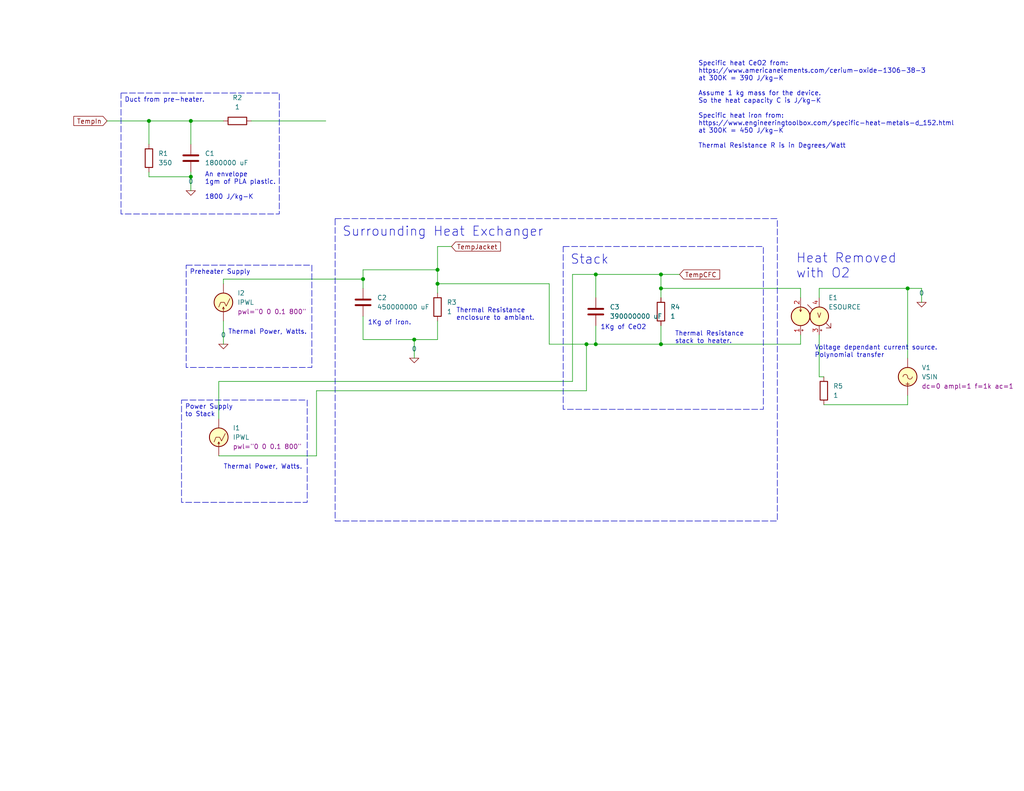
<source format=kicad_sch>
(kicad_sch (version 20230121) (generator eeschema)
  (paper "USLetter")
  (title_block (title "NestedRC Thermal Model") (date "2023-09-28") (rev "0.1") (company "Public Invention") (comment 1 "By: Lee Erickson"))
  (lib_symbols
    (symbol "Device:C" (pin_numbers hide) (pin_names (offset 0.254))
      (property "Reference" "C" (at 0.635 2.54 0))
      (property "Value" "C" (at 0.635 -2.54 0))
      (symbol "C_0_1"
        (polyline (pts (xy -2.032 -0.762) (xy 2.032 -0.762)) (stroke (width 0.508)))
        (polyline (pts (xy -2.032 0.762) (xy 2.032 0.762)) (stroke (width 0.508)))
      )
      (symbol "C_1_1"
        (pin passive line (at 0 3.81 270) (length 2.794) (name "~") (number "1"))
        (pin passive line (at 0 -3.81 90) (length 2.794) (name "~") (number "2"))
      )
    )
    (symbol "Device:R" (pin_numbers hide) (pin_names (offset 0))
      (property "Reference" "R" (at 2.032 0 90))
      (property "Value" "R" (at 0 0 90))
      (symbol "R_0_1"
        (rectangle (start -1.016 -2.54) (end 1.016 2.54) (stroke (width 0.254)))
      )
      (symbol "R_1_1"
        (pin passive line (at 0 3.81 270) (length 1.27) (name "~") (number "1"))
        (pin passive line (at 0 -3.81 90) (length 1.27) (name "~") (number "2"))
      )
    )
    (symbol "Simulation_SPICE:0" (power) (pin_names (offset 0))
      (property "Value" "0" (at 0 -1.778 0))
      (symbol "0_0_1"
        (polyline (pts (xy -1.27 0) (xy 0 -1.27) (xy 1.27 0) (xy -1.27 0)))
      )
      (symbol "0_1_1"
        (pin power_in line (at 0 0 0) (length 0) hide (name "0") (number "1"))
      )
    )
    (symbol "Simulation_SPICE:ESOURCE" (pin_names (offset 1.016) hide)
      (property "Reference" "E" (at 0 0 0))
      (property "Value" "ESOURCE" (at 12.7 1.27 0))
      (symbol "ESOURCE_0_1"
        (polyline (pts (xy 0 -1.27) (xy 0 -2.286)))
        (polyline (pts (xy 0.254 -1.778) (xy 0 -1.27) (xy -0.254 -1.778)))
        (circle (center 0 0) (radius 2.54) (stroke (width 0.254)) (fill (type background)))
      )
      (symbol "ESOURCE_1_1"
        (polyline (pts (xy 0.254 3.81) (xy 0.762 3.81)))
        (polyline (pts (xy 0.508 4.064) (xy 0.508 3.556)))
        (polyline (pts (xy 1.905 -3.175) (xy 3.175 -1.905)))
        (polyline (pts (xy 5.334 3.81) (xy 5.842 3.81)))
        (polyline (pts (xy 5.588 4.064) (xy 5.588 3.556)))
        (polyline (pts (xy 6.985 1.905) (xy 8.255 3.175)))
        (polyline (pts (xy 6.985 3.175) (xy 8.255 3.175) (xy 8.255 1.905)))
        (circle (center 5.08 0) (radius 2.54) (stroke (width 0.254)) (fill (type background)))
        (text "V" (at 5.08 -0.254 0) (effects (font (size 1.27 1.27))))
        (pin input line (at 0 5.08 270) (length 2.54) (name "N+") (number "1"))
        (pin input line (at 0 -5.08 90) (length 2.54) (name "N-") (number "2"))
        (pin passive line (at 5.08 5.08 270) (length 2.54) (name "C+") (number "3"))
        (pin passive line (at 5.08 -5.08 90) (length 2.54) (name "C-") (number "4"))
      )
    )
    (symbol "Simulation_SPICE:IPWL" (pin_numbers hide) (pin_names (offset 0.0254))
      (property "Reference" "I" (at 2.54 2.54 0))
      (property "Value" "IPWL" (at 2.54 0 0))
      (property "Sim.Params" "pwl=\"0 -1 50n -1 51n 0 97n 1 171n -1 200n -1\"" (at 2.54 -2.54 0))
      (symbol "IPWL_0_0"
        (polyline (pts (xy -1.778 -1.016) (xy -0.762 1.016) (xy -0.254 0) (xy 0.762 0) (xy 1.27 1.27)))
      )
      (symbol "IPWL_0_1"
        (polyline (pts (xy 0 1.27) (xy 0 2.286)))
        (polyline (pts (xy -0.254 1.778) (xy 0 1.27) (xy 0.254 1.778)))
        (circle (center 0 0) (radius 2.54) (stroke (width 0.254)) (fill (type background)))
      )
      (symbol "IPWL_1_1"
        (pin passive line (at 0 5.08 270) (length 2.54) (name "~") (number "1"))
        (pin passive line (at 0 -5.08 90) (length 2.54) (name "~") (number "2"))
      )
    )
    (symbol "Simulation_SPICE:VSIN" (pin_numbers hide) (pin_names (offset 0.0254))
      (property "Reference" "V" (at 2.54 2.54 0))
      (property "Value" "VSIN" (at 2.54 0 0))
      (property "Sim.Params" "dc=0 ampl=1 f=1k ac=1" (at 2.54 -2.54 0))
      (symbol "VSIN_0_0"
        (arc (start 0 0) (mid -0.635 0.6323) (end -1.27 0))
        (arc (start 0 0) (mid 0.635 -0.6323) (end 1.27 0))
        (text "+" (at 0 1.905 0) (effects (font (size 1.27 1.27))))
      )
      (symbol "VSIN_0_1"
        (circle (center 0 0) (radius 2.54) (stroke (width 0.254)) (fill (type background)))
      )
      (symbol "VSIN_1_1"
        (pin passive line (at 0 5.08 270) (length 2.54) (name "~") (number "1"))
        (pin passive line (at 0 -5.08 90) (length 2.54) (name "~") (number "2"))
      )
    )
  )
  (junction (at 52.07 48.26))
  (junction (at 119.38 77.47))
  (junction (at 247.65 78.74))
  (junction (at 40.64 33.02))
  (junction (at 52.07 33.02))
  (junction (at 162.56 93.98))
  (junction (at 113.03 92.71))
  (junction (at 180.34 78.74))
  (junction (at 180.34 93.98))
  (junction (at 180.34 74.93))
  (junction (at 162.56 74.93))
  (junction (at 160.02 93.98))
  (junction (at 99.06 76.2))
  (junction (at 119.38 73.66))
  (wire (pts (xy 52.07 33.02) (xy 60.96 33.02)))
  (wire (pts (xy 52.07 48.26) (xy 52.07 52.07)))
  (wire (pts (xy 59.69 104.14) (xy 156.21 104.14)))
  (wire (pts (xy 86.36 106.68) (xy 160.02 106.68)))
  (wire (pts (xy 40.64 46.99) (xy 40.64 48.26)))
  (wire (pts (xy 180.34 81.28) (xy 180.34 78.74)))
  (wire (pts (xy 149.86 93.98) (xy 160.02 93.98)))
  (wire (pts (xy 218.44 78.74) (xy 218.44 81.28)))
  (wire (pts (xy 52.07 33.02) (xy 52.07 39.37)))
  (wire (pts (xy 119.38 80.01) (xy 119.38 77.47)))
  (wire (pts (xy 223.52 102.87) (xy 224.79 102.87)))
  (wire (pts (xy 40.64 33.02) (xy 52.07 33.02)))
  (wire (pts (xy 223.52 81.28) (xy 223.52 78.74)))
  (wire (pts (xy 180.34 93.98) (xy 218.44 93.98)))
  (wire (pts (xy 40.64 33.02) (xy 40.64 39.37)))
  (wire (pts (xy 218.44 91.44) (xy 218.44 93.98)))
  (wire (pts (xy 160.02 93.98) (xy 160.02 106.68)))
  (wire (pts (xy 119.38 67.31) (xy 123.19 67.31)))
  (wire (pts (xy 113.03 92.71) (xy 113.03 97.79)))
  (wire (pts (xy 247.65 78.74) (xy 251.46 78.74)))
  (wire (pts (xy 60.96 76.2) (xy 60.96 77.47)))
  (wire (pts (xy 60.96 76.2) (xy 99.06 76.2)))
  (wire (pts (xy 180.34 78.74) (xy 180.34 74.93)))
  (wire (pts (xy 86.36 124.46) (xy 86.36 106.68)))
  (wire (pts (xy 99.06 76.2) (xy 99.06 73.66)))
  (wire (pts (xy 223.52 78.74) (xy 247.65 78.74)))
  (wire (pts (xy 180.34 74.93) (xy 162.56 74.93)))
  (wire (pts (xy 88.9 33.02) (xy 68.58 33.02)))
  (wire (pts (xy 247.65 107.95) (xy 247.65 110.49)))
  (wire (pts (xy 224.79 110.49) (xy 247.65 110.49)))
  (wire (pts (xy 119.38 92.71) (xy 113.03 92.71)))
  (wire (pts (xy 162.56 74.93) (xy 162.56 81.28)))
  (wire (pts (xy 40.64 48.26) (xy 52.07 48.26)))
  (wire (pts (xy 99.06 73.66) (xy 119.38 73.66)))
  (wire (pts (xy 223.52 91.44) (xy 223.52 102.87)))
  (wire (pts (xy 162.56 88.9) (xy 162.56 93.98)))
  (wire (pts (xy 119.38 67.31) (xy 119.38 73.66)))
  (wire (pts (xy 247.65 78.74) (xy 247.65 97.79)))
  (wire (pts (xy 52.07 46.99) (xy 52.07 48.26)))
  (wire (pts (xy 160.02 93.98) (xy 162.56 93.98)))
  (wire (pts (xy 162.56 93.98) (xy 180.34 93.98)))
  (wire (pts (xy 59.69 124.46) (xy 86.36 124.46)))
  (wire (pts (xy 119.38 77.47) (xy 119.38 73.66)))
  (wire (pts (xy 251.46 78.74) (xy 251.46 82.55)))
  (wire (pts (xy 99.06 86.36) (xy 99.06 92.71)))
  (wire (pts (xy 29.21 33.02) (xy 40.64 33.02)))
  (wire (pts (xy 99.06 76.2) (xy 99.06 78.74)))
  (wire (pts (xy 156.21 74.93) (xy 162.56 74.93)))
  (wire (pts (xy 180.34 74.93) (xy 185.42 74.93)))
  (wire (pts (xy 119.38 77.47) (xy 149.86 77.47)))
  (wire (pts (xy 59.69 114.3) (xy 59.69 104.14)))
  (wire (pts (xy 156.21 104.14) (xy 156.21 74.93)))
  (wire (pts (xy 99.06 92.71) (xy 113.03 92.71)))
  (wire (pts (xy 149.86 77.47) (xy 149.86 93.98)))
  (wire (pts (xy 119.38 87.63) (xy 119.38 92.71)))
  (wire (pts (xy 180.34 88.9) (xy 180.34 93.98)))
  (wire (pts (xy 180.34 78.74) (xy 218.44 78.74)))
  (wire (pts (xy 60.96 87.63) (xy 60.96 93.98)))
  (text_box "Duct from pre-heater." (at 33.02 25.4 0) (size 43.18 33.02) (stroke (width 0) (type dash)) (effects (font (size 1.27 1.27)) (justify left top)))
  (text_box "Stack" (at 153.67 67.31 0) (size 54.61 44.45) (stroke (width 0) (type dash)) (effects (font (size 2.54 2.54)) (justify left top)))
  (text_box "Preheater Supply" (at 50.8 72.39 0) (size 34.29 27.94) (stroke (width 0) (type dash)) (effects (font (size 1.27 1.27)) (justify left top)))
  (text_box "Surrounding Heat Exchanger" (at 91.44 59.69 0) (size 120.65 82.55) (stroke (width 0) (type dash)) (effects (font (size 2.54 2.54)) (justify left top)))
  (text_box "Power Supply\nto Stack" (at 49.53 109.22 0) (size 34.29 27.94) (stroke (width 0) (type dash)) (effects (font (size 1.27 1.27)) (justify left top)))
  (text "Thermal Resistance \nstack to heater." (at 184.15 93.98 0) (effects (font (size 1.27 1.27)) (justify left bottom)))
  (text "Specific heat CeO2 from:\nhttps://www.americanelements.com/cerium-oxide-1306-38-3\nat 300K = 390 J/kg-K\n\nAssume 1 kg mass for the device.\nSo the heat capacity C is J/kg-K\n\nSpecific heat iron from:\nhttps://www.engineeringtoolbox.com/specific-heat-metals-d_152.html\nat 300K = 450 J/kg-K\n\nThermal Resistance R is in Degrees/Watt\n" (at 190.5 40.64 0) (effects (font (size 1.27 1.27)) (justify left bottom)))
  (text "Thermal Power, Watts." (at 60.96 128.27 0) (effects (font (size 1.27 1.27)) (justify left bottom)))
  (text "Voltage dependant current source.\nPolynomial transfer" (at 222.25 97.79 0) (effects (font (size 1.27 1.27)) (justify left bottom)))
  (text "Thermal Resistance \nenclosure to ambiant." (at 124.46 87.63 0) (effects (font (size 1.27 1.27)) (justify left bottom)))
  (text "1Kg of iron." (at 100.33 88.9 0) (effects (font (size 1.27 1.27)) (justify left bottom)))
  (text "An envelope\n1gm of PLA plastic.\n\n1800 J/kg-K" (at 55.88 54.61 0) (effects (font (size 1.27 1.27)) (justify left bottom)))
  (text "1Kg of CeO2" (at 163.83 90.17 0) (effects (font (size 1.27 1.27)) (justify left bottom)))
  (text "Heat Removed \nwith O2" (at 217.17 76.2 0) (effects (font (size 2.54 2.54)) (justify left bottom)))
  (text "Thermal Power, Watts." (at 62.23 91.44 0) (effects (font (size 1.27 1.27)) (justify left bottom)))
  (global_label "TempIn" (shape input) (at 29.21 33.02 180) (property "Intersheetrefs" "${INTERSHEET_REFS}" (effects hide)))
  (global_label "TempJacket" (shape input) (at 123.19 67.31 0) (property "Intersheetrefs" "${INTERSHEET_REFS}" (effects hide)))
  (global_label "TempCFC" (shape input) (at 185.42 74.93 0) (property "Intersheetrefs" "${INTERSHEET_REFS}" (effects hide)))
  (symbol (lib_id "Device:R") (at 119.38 83.82 180) (unit 1)
    (property "Reference" "R3" (at 121.92 82.55 0) (effects (justify right)))
    (property "Value" "1	" (at 121.92 85.09 0) (effects (justify right)))
  )
  (symbol (lib_id "Device:C") (at 99.06 82.55 0) (unit 1)
    (property "Reference" "C2" (at 102.87 81.28 0) (effects (justify left)))
    (property "Value" "450000000 uF" (at 102.87 83.82 0) (effects (justify left)))
  )
  (symbol (lib_id "Simulation_SPICE:ESOURCE") (at 218.44 86.36 0) (mirror x) (unit 1)
    (property "Reference" "E1" (at 228.6 81.28 0) (effects (justify right)))
    (property "Value" "ESOURCE" (at 234.95 83.82 0) (effects (justify right)))
    (property "Datasheet" "https://ngspice.sourceforge.io/docs.html" (effects hide))
    (property "Note" "https://forum.kicad.info/t/error-reading-simulation-model-from-symbol-e1/45217" (effects hide))
    (property "Sim.Device" "E" (effects hide))
    (property "Sim.Params" "POLY (2) 3 0 4 0 0.0 13.6 0.2 0.005" (effects hide))
    (property "Sim.Pins" "1=+ 2=-" (effects hide))
    (property "Sim.Type" "POLY(2)" (effects hide))
  )
  (symbol (lib_id "Simulation_SPICE:VSIN") (at 247.65 102.87 180) (unit 1)
    (property "Reference" "V1" (at 251.46 100.3657 0) (effects (justify right)))
    (property "Value" "VSIN" (at 251.46 102.9057 0) (effects (justify right)))
    (property "Sim.Pins" "1=+ 2=-" (effects hide))
    (property "Sim.Params" "dc=0 ampl=1 f=1k ac=1" (at 251.46 105.4457 0) (effects (justify right)))
    (property "Sim.Type" "SIN" (effects hide))
    (property "Sim.Device" "V" (effects hide))
  )
  (symbol (lib_id "Simulation_SPICE:0") (at 113.03 97.79 0) (unit 1)
    (property "Reference" "#GND03" (effects hide))
    (property "Value" "0" (at 113.03 95.25 0))
  )
  (symbol (lib_id "Simulation_SPICE:0") (at 60.96 93.98 0) (unit 1)
    (property "Reference" "#GND02" (effects hide))
    (property "Value" "0" (at 60.96 91.44 0))
  )
  (symbol (lib_id "Simulation_SPICE:0") (at 52.07 52.07 0) (unit 1)
    (property "Reference" "#GND01" (effects hide))
    (property "Value" "0" (at 52.07 49.53 0))
  )
  (symbol (lib_id "Simulation_SPICE:IPWL") (at 60.96 82.55 180) (unit 1)
    (property "Reference" "I2" (at 64.77 80.01 0) (effects (justify right)))
    (property "Value" "IPWL" (at 64.77 82.55 0) (effects (justify right)))
    (property "Sim.Pins" "1=+ 2=-" (effects hide))
    (property "Sim.Device" "I" (effects hide))
    (property "Sim.Params" "pwl=\"0 0 0.1 800\"" (at 64.77 85.09 0) (effects (justify right)))
    (property "Sim.Type" "PWL" (effects hide))
  )
  (symbol (lib_id "Device:R") (at 224.79 106.68 180) (unit 1)
    (property "Reference" "R5" (at 227.33 105.41 0) (effects (justify right)))
    (property "Value" "1" (at 227.33 107.95 0) (effects (justify right)))
  )
  (symbol (lib_id "Device:C") (at 52.07 43.18 0) (unit 1)
    (property "Reference" "C1" (at 55.88 41.91 0) (effects (justify left)))
    (property "Value" "1800000 uF" (at 55.88 44.45 0) (effects (justify left)))
  )
  (symbol (lib_id "Device:R") (at 180.34 85.09 180) (unit 1)
    (property "Reference" "R4" (at 182.88 83.82 0) (effects (justify right)))
    (property "Value" "1" (at 182.88 86.36 0) (effects (justify right)))
  )
  (symbol (lib_id "Device:R") (at 40.64 43.18 180) (unit 1)
    (property "Reference" "R1" (at 43.18 41.91 0) (effects (justify right)))
    (property "Value" "350" (at 43.18 44.45 0) (effects (justify right)))
  )
  (symbol (lib_id "Simulation_SPICE:IPWL") (at 59.69 119.38 180) (unit 1)
    (property "Reference" "I1" (at 63.5 116.84 0) (effects (justify right)))
    (property "Value" "IPWL" (at 63.5 119.38 0) (effects (justify right)))
    (property "Sim.Pins" "1=+ 2=-" (effects hide))
    (property "Sim.Device" "I" (effects hide))
    (property "Sim.Params" "pwl=\"0 0 0.1 800\"" (at 63.5 121.92 0) (effects (justify right)))
    (property "Sim.Type" "PWL" (effects hide))
  )
  (symbol (lib_id "Device:R") (at 64.77 33.02 90) (unit 1)
    (property "Reference" "R2" (at 64.77 26.67 90))
    (property "Value" "1" (at 64.77 29.21 90))
  )
  (symbol (lib_id "Device:C") (at 162.56 85.09 0) (unit 1)
    (property "Reference" "C3" (at 166.37 83.82 0) (effects (justify left)))
    (property "Value" "390000000 uF" (at 166.37 86.36 0) (effects (justify left)))
  )
  (symbol (lib_id "Simulation_SPICE:0") (at 251.46 82.55 0) (unit 1)
    (property "Reference" "#GND04" (effects hide))
    (property "Value" "0" (at 251.46 80.01 0))
  )
)
</source>
